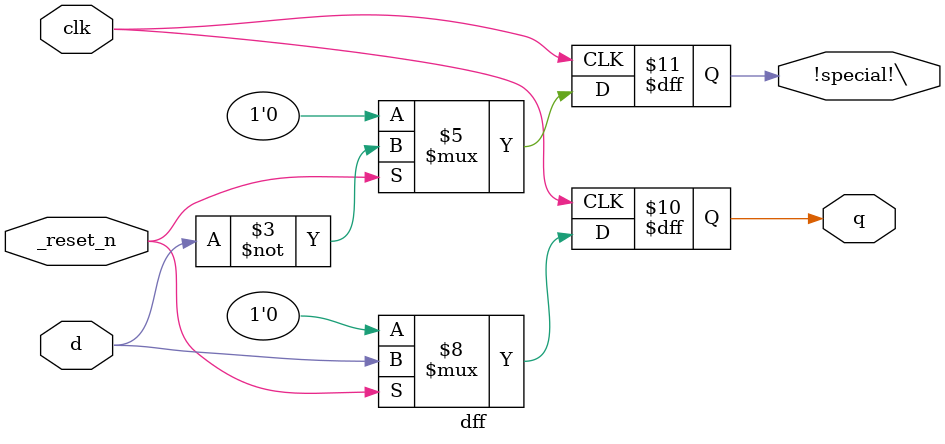
<source format=sv>

`timescale 1us/1us

module dff (
  input logic clk, d,
  input logic _reset_n,  // starts with underscore hence needs __getitem__ access
  output logic q,
  output logic \!special!\  // escaped identifier hence needs __getitem__ access
);

always @(posedge clk) begin
  if (!_reset_n) begin
    q <= 1'b0;
    \!special!\ <= 1'b0;
  end else begin
    q <= d;
    \!special!\ <= ~d;  // invert d for the special signal
  end
end

endmodule

</source>
